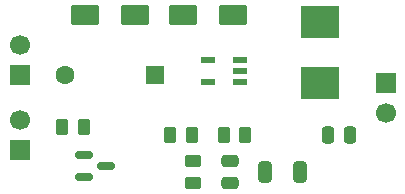
<source format=gbr>
%TF.GenerationSoftware,KiCad,Pcbnew,9.0.2*%
%TF.CreationDate,2025-06-13T22:03:49+05:30*%
%TF.ProjectId,Tiny Solar Supply,54696e79-2053-46f6-9c61-722053757070,rev?*%
%TF.SameCoordinates,Original*%
%TF.FileFunction,Soldermask,Top*%
%TF.FilePolarity,Negative*%
%FSLAX46Y46*%
G04 Gerber Fmt 4.6, Leading zero omitted, Abs format (unit mm)*
G04 Created by KiCad (PCBNEW 9.0.2) date 2025-06-13 22:03:49*
%MOMM*%
%LPD*%
G01*
G04 APERTURE LIST*
G04 Aperture macros list*
%AMRoundRect*
0 Rectangle with rounded corners*
0 $1 Rounding radius*
0 $2 $3 $4 $5 $6 $7 $8 $9 X,Y pos of 4 corners*
0 Add a 4 corners polygon primitive as box body*
4,1,4,$2,$3,$4,$5,$6,$7,$8,$9,$2,$3,0*
0 Add four circle primitives for the rounded corners*
1,1,$1+$1,$2,$3*
1,1,$1+$1,$4,$5*
1,1,$1+$1,$6,$7*
1,1,$1+$1,$8,$9*
0 Add four rect primitives between the rounded corners*
20,1,$1+$1,$2,$3,$4,$5,0*
20,1,$1+$1,$4,$5,$6,$7,0*
20,1,$1+$1,$6,$7,$8,$9,0*
20,1,$1+$1,$8,$9,$2,$3,0*%
G04 Aperture macros list end*
%ADD10RoundRect,0.102000X1.060000X0.750000X-1.060000X0.750000X-1.060000X-0.750000X1.060000X-0.750000X0*%
%ADD11RoundRect,0.250000X0.325000X0.650000X-0.325000X0.650000X-0.325000X-0.650000X0.325000X-0.650000X0*%
%ADD12RoundRect,0.250000X-0.262500X-0.450000X0.262500X-0.450000X0.262500X0.450000X-0.262500X0.450000X0*%
%ADD13R,1.700000X1.700000*%
%ADD14C,1.700000*%
%ADD15RoundRect,0.250000X-0.250000X-0.475000X0.250000X-0.475000X0.250000X0.475000X-0.250000X0.475000X0*%
%ADD16R,3.302000X2.667000*%
%ADD17RoundRect,0.150000X-0.587500X-0.150000X0.587500X-0.150000X0.587500X0.150000X-0.587500X0.150000X0*%
%ADD18RoundRect,0.250000X0.262500X0.450000X-0.262500X0.450000X-0.262500X-0.450000X0.262500X-0.450000X0*%
%ADD19RoundRect,0.250000X0.475000X-0.250000X0.475000X0.250000X-0.475000X0.250000X-0.475000X-0.250000X0*%
%ADD20R,1.181100X0.558800*%
%ADD21RoundRect,0.250000X-0.450000X0.262500X-0.450000X-0.262500X0.450000X-0.262500X0.450000X0.262500X0*%
%ADD22RoundRect,0.250000X0.550000X0.550000X-0.550000X0.550000X-0.550000X-0.550000X0.550000X-0.550000X0*%
%ADD23C,1.600000*%
G04 APERTURE END LIST*
D10*
%TO.C,D1*%
X102025000Y-109855000D03*
X106255000Y-109855000D03*
%TD*%
D11*
%TO.C,C2*%
X120220000Y-123190000D03*
X117270000Y-123190000D03*
%TD*%
D12*
%TO.C,R2*%
X113745000Y-120015000D03*
X115570000Y-120015000D03*
%TD*%
D13*
%TO.C,J4*%
X96460000Y-114930000D03*
D14*
X96460000Y-112390000D03*
%TD*%
D15*
%TO.C,C1*%
X122555000Y-120015000D03*
X124455000Y-120015000D03*
%TD*%
D16*
%TO.C,L1*%
X121920000Y-110464600D03*
X121920000Y-115595400D03*
%TD*%
D17*
%TO.C,Q1*%
X101932500Y-121692500D03*
X101932500Y-123592500D03*
X103807500Y-122642500D03*
%TD*%
D18*
%TO.C,R3*%
X111045000Y-120015000D03*
X109220000Y-120015000D03*
%TD*%
D13*
%TO.C,J2*%
X96460000Y-121285000D03*
D14*
X96460000Y-118745000D03*
%TD*%
D13*
%TO.C,J1*%
X127441000Y-115641200D03*
D14*
X127441000Y-118181200D03*
%TD*%
D10*
%TO.C,D2*%
X110280000Y-109855000D03*
X114510000Y-109855000D03*
%TD*%
D19*
%TO.C,C3*%
X114300000Y-124140000D03*
X114300000Y-122240000D03*
%TD*%
D18*
%TO.C,R1*%
X101877500Y-119380000D03*
X100052500Y-119380000D03*
%TD*%
D20*
%TO.C,U1*%
X115125500Y-115565002D03*
X115125500Y-114615001D03*
X115125500Y-113665000D03*
X112395000Y-113665000D03*
X112395000Y-115565002D03*
%TD*%
D21*
%TO.C,R4*%
X111125000Y-122277500D03*
X111125000Y-124102500D03*
%TD*%
D22*
%TO.C,J3*%
X107950000Y-114935000D03*
D23*
X100330000Y-114935000D03*
%TD*%
M02*

</source>
